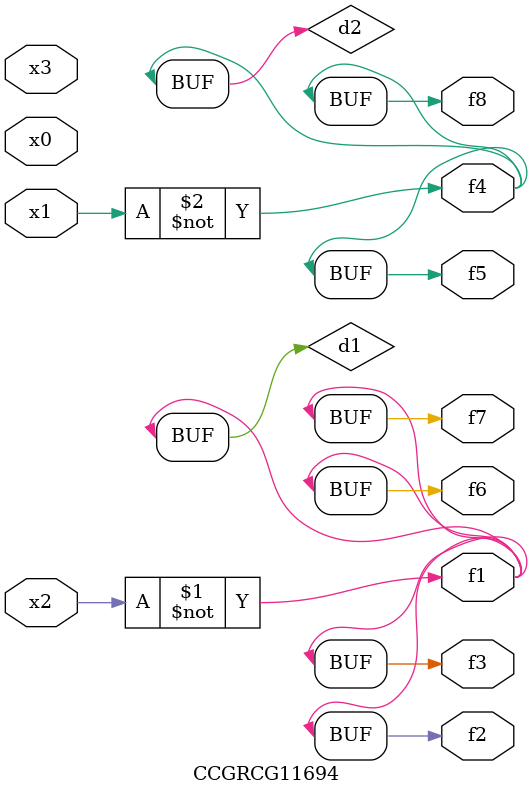
<source format=v>
module CCGRCG11694(
	input x0, x1, x2, x3,
	output f1, f2, f3, f4, f5, f6, f7, f8
);

	wire d1, d2;

	xnor (d1, x2);
	not (d2, x1);
	assign f1 = d1;
	assign f2 = d1;
	assign f3 = d1;
	assign f4 = d2;
	assign f5 = d2;
	assign f6 = d1;
	assign f7 = d1;
	assign f8 = d2;
endmodule

</source>
